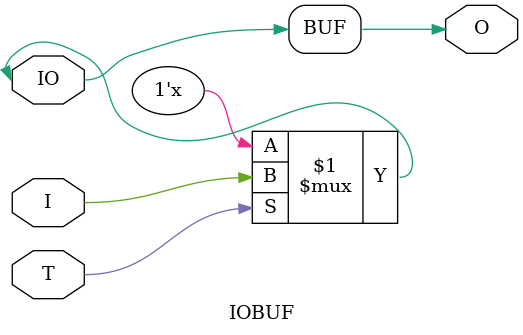
<source format=v>
module IOBUF (O, IO, I, T);

    parameter CAPACITANCE = "DONT_CARE";
    parameter integer DRIVE = 12;
    parameter IBUF_DELAY_VALUE = "0";
    parameter IBUF_LOW_PWR = "TRUE";
    parameter IFD_DELAY_VALUE = "AUTO";
    parameter IOSTANDARD = "DEFAULT";
    parameter SLEW = "SLOW";

    output O;
    inout  IO;
    input  I, T;

   assign IO = T ? I : 1'bz;
   assign O = IO;
    
endmodule


</source>
